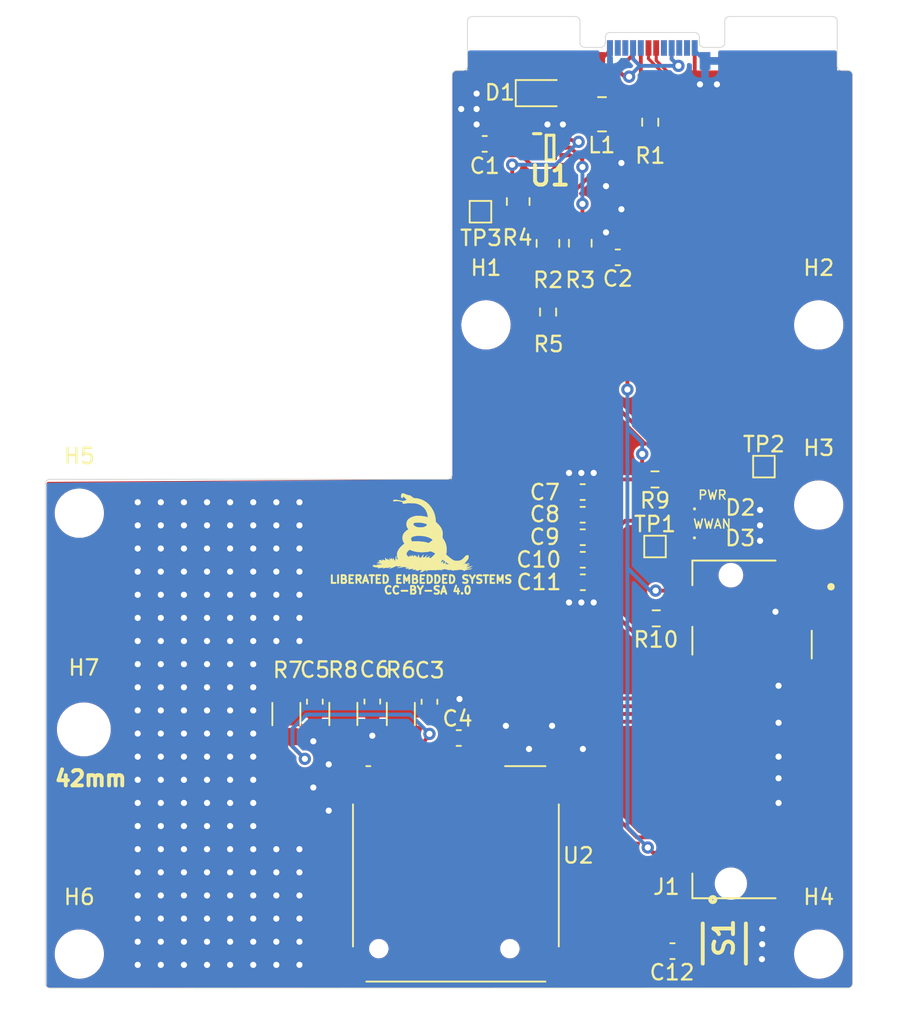
<source format=kicad_pcb>
(kicad_pcb (version 20221018) (generator pcbnew)

  (general
    (thickness 1.6)
  )

  (paper "A4")
  (title_block
    (title "Project Roamer")
    (rev "X1")
    (company "Liberated Embedded Systems")
    (comment 1 "This work is licensed under a Creative Commons Attribution 4.0 International License")
    (comment 2 "Original design from https://frame.work")
  )

  (layers
    (0 "F.Cu" signal)
    (31 "B.Cu" signal)
    (32 "B.Adhes" user "B.Adhesive")
    (33 "F.Adhes" user "F.Adhesive")
    (34 "B.Paste" user)
    (35 "F.Paste" user)
    (36 "B.SilkS" user "B.Silkscreen")
    (37 "F.SilkS" user "F.Silkscreen")
    (38 "B.Mask" user)
    (39 "F.Mask" user)
    (40 "Dwgs.User" user "User.Drawings")
    (41 "Cmts.User" user "User.Comments")
    (42 "Eco1.User" user "User.Eco1")
    (43 "Eco2.User" user "User.Eco2")
    (44 "Edge.Cuts" user)
    (45 "Margin" user)
    (46 "B.CrtYd" user "B.Courtyard")
    (47 "F.CrtYd" user "F.Courtyard")
    (48 "B.Fab" user)
    (49 "F.Fab" user)
  )

  (setup
    (stackup
      (layer "F.SilkS" (type "Top Silk Screen"))
      (layer "F.Paste" (type "Top Solder Paste"))
      (layer "F.Mask" (type "Top Solder Mask") (thickness 0.01))
      (layer "F.Cu" (type "copper") (thickness 0.035))
      (layer "dielectric 1" (type "core") (thickness 1.51) (material "FR4") (epsilon_r 4.5) (loss_tangent 0.02))
      (layer "B.Cu" (type "copper") (thickness 0.035))
      (layer "B.Mask" (type "Bottom Solder Mask") (thickness 0.01))
      (layer "B.Paste" (type "Bottom Solder Paste"))
      (layer "B.SilkS" (type "Bottom Silk Screen"))
      (copper_finish "None")
      (dielectric_constraints no)
    )
    (pad_to_mask_clearance 0)
    (aux_axis_origin 100.5 190)
    (grid_origin 100.5 190)
    (pcbplotparams
      (layerselection 0x00010fc_ffffffff)
      (plot_on_all_layers_selection 0x0000000_00000000)
      (disableapertmacros false)
      (usegerberextensions false)
      (usegerberattributes true)
      (usegerberadvancedattributes true)
      (creategerberjobfile true)
      (dashed_line_dash_ratio 12.000000)
      (dashed_line_gap_ratio 3.000000)
      (svgprecision 4)
      (plotframeref false)
      (viasonmask false)
      (mode 1)
      (useauxorigin false)
      (hpglpennumber 1)
      (hpglpenspeed 20)
      (hpglpendiameter 15.000000)
      (dxfpolygonmode true)
      (dxfimperialunits true)
      (dxfusepcbnewfont true)
      (psnegative false)
      (psa4output false)
      (plotreference true)
      (plotvalue true)
      (plotinvisibletext false)
      (sketchpadsonfab false)
      (subtractmaskfromsilk false)
      (outputformat 3)
      (mirror false)
      (drillshape 0)
      (scaleselection 1)
      (outputdirectory "")
    )
  )

  (net 0 "")
  (net 1 "GND")
  (net 2 "+3.3V")
  (net 3 "VBUS")
  (net 4 "/UIM-RESET")
  (net 5 "/UIM-CLK")
  (net 6 "/UIM-DATA")
  (net 7 "/UIM-PWR")
  (net 8 "/RESET")
  (net 9 "Net-(D1-A)")
  (net 10 "Net-(D2-A)")
  (net 11 "/WWAN_ACTIVITY")
  (net 12 "Net-(D3-A)")
  (net 13 "unconnected-(J1-CONFIG_3-Pad1)")
  (net 14 "Net-(J1-~{FULL_CARD_POWER_OFF})")
  (net 15 "/USB_D+")
  (net 16 "unconnected-(J1-~{W_DISABLE1}-Pad8)")
  (net 17 "/USB_D-")
  (net 18 "unconnected-(J1-GPIO_5-Pad20)")
  (net 19 "unconnected-(J1-CONFIG_0-Pad21)")
  (net 20 "unconnected-(J1-GPIO_6-Pad22)")
  (net 21 "Net-(J1-GPIO_11)")
  (net 22 "unconnected-(J1-GPIO_7-Pad24)")
  (net 23 "unconnected-(J1-DPR-Pad25)")
  (net 24 "unconnected-(J1-GPIO_10-Pad26)")
  (net 25 "unconnected-(J1-GPIO_8-Pad28)")
  (net 26 "unconnected-(J1-PERn1{slash}USB3.0-Rx-{slash}SSIC-RxN-Pad29)")
  (net 27 "unconnected-(J1-PERp1{slash}USB3.0-Rx+{slash}SSIC-RxP-Pad31)")
  (net 28 "unconnected-(J1-PETn1{slash}USB3.0-Tx-{slash}SSIC-TxN-Pad35)")
  (net 29 "unconnected-(J1-PETp1{slash}USB3.0-Tx+{slash}SSIC-TxP-Pad37)")
  (net 30 "unconnected-(J1-DEVSLP-Pad38)")
  (net 31 "unconnected-(J1-GPIO_0-Pad40)")
  (net 32 "unconnected-(J1-PERn0{slash}SATA-B+-Pad41)")
  (net 33 "unconnected-(J1-GPIO_1-Pad42)")
  (net 34 "unconnected-(J1-PERp0{slash}SATA-B--Pad43)")
  (net 35 "unconnected-(J1-GPIO_2-Pad44)")
  (net 36 "unconnected-(J1-GPIO_3-Pad46)")
  (net 37 "unconnected-(J1-PETn0{slash}SATA-A--Pad47)")
  (net 38 "unconnected-(J1-GPIO_4-Pad48)")
  (net 39 "unconnected-(J1-PETp0{slash}SATA-A+-Pad49)")
  (net 40 "unconnected-(J1-~{PERST}-Pad50)")
  (net 41 "unconnected-(J1-~{CLKREQ}-Pad52)")
  (net 42 "unconnected-(J1-REFCLKn-Pad53)")
  (net 43 "unconnected-(J1-~{PEWAKE}-Pad54)")
  (net 44 "unconnected-(J1-REFCLKp-Pad55)")
  (net 45 "unconnected-(J1-NC-Pad56)")
  (net 46 "unconnected-(J1-NC-Pad58)")
  (net 47 "unconnected-(J1-ANTCTL0-Pad59)")
  (net 48 "unconnected-(J1-COEX3-Pad60)")
  (net 49 "unconnected-(J1-ANTCTL1-Pad61)")
  (net 50 "unconnected-(J1-COEX2-Pad62)")
  (net 51 "unconnected-(J1-ANTCTL2-Pad63)")
  (net 52 "unconnected-(J1-COEX1-Pad64)")
  (net 53 "unconnected-(J1-ANTCTL3-Pad65)")
  (net 54 "/SIM_DETECT")
  (net 55 "unconnected-(J1-SUSCLK-Pad68)")
  (net 56 "unconnected-(J1-CONFIG_1-Pad69)")
  (net 57 "unconnected-(J1-CONFIG_2-Pad75)")
  (net 58 "Net-(U1-SW)")
  (net 59 "Net-(P1-CC)")
  (net 60 "unconnected-(P1-VCONN-PadB5)")
  (net 61 "Net-(U1-FB)")
  (net 62 "Net-(U1-PG)")
  (net 63 "Net-(U2-I{slash}O)")
  (net 64 "Net-(U2-RST)")
  (net 65 "Net-(U2-CLK)")
  (net 66 "unconnected-(S1-Pad2)")
  (net 67 "unconnected-(S1-Pad4)")
  (net 68 "unconnected-(U2-VPP-PadC6)")

  (footprint "Capacitor_SMD:C_0603_1608Metric" (layer "F.Cu") (at 141.215 187.61))

  (footprint "Diode_SMD:D_SOD-323" (layer "F.Cu") (at 132.65 131.97))

  (footprint "Connector_USB:USB_C_Plug_Molex_105444" (layer "F.Cu") (at 139.918 129))

  (footprint "TPS:SOTFL50P160X60-6N" (layer "F.Cu") (at 133.268 135.5))

  (footprint "MountingHole:MountingHole_2.7mm_M2.5" (layer "F.Cu") (at 129.108 147))

  (footprint "Resistor_SMD:R_0805_2012Metric" (layer "F.Cu") (at 135.23 141.7025 -90))

  (footprint "MountingHole:MountingHole_2.7mm_M2.5" (layer "F.Cu") (at 150.708 147))

  (footprint "Resistor_SMD:R_1206_3216Metric" (layer "F.Cu") (at 119.85 172.23 90))

  (footprint "Capacitor_SMD:C_0603_1608Metric" (layer "F.Cu") (at 121.73 171.425 90))

  (footprint "TestPoint:TestPoint_Pad_1.0x1.0mm" (layer "F.Cu") (at 140.08 161.37))

  (footprint "MountingHole:MountingHole_2.7mm_M2.5" (layer "F.Cu") (at 102.71 187.8))

  (footprint "NGFF:TE_2199119-3" (layer "F.Cu") (at 145.005 173.23 -90))

  (footprint "Capacitor_SMD:C_0603_1608Metric" (layer "F.Cu") (at 127.34 173.79 180))

  (footprint "Diode_SMD:D_0402_1005Metric" (layer "F.Cu") (at 143.73 160.81))

  (footprint "TestPoint:TestPoint_Pad_1.0x1.0mm" (layer "F.Cu") (at 147.15 156.19))

  (footprint "Capacitor_SMD:C_0603_1608Metric" (layer "F.Cu") (at 125.44 171.44 90))

  (footprint "NSCCP-D-06-G-SMT-SW-T:NSCCP-D-06-G-SMT-SW-T&slash_R" (layer "F.Cu") (at 127.1548 182.5986))

  (footprint "Resistor_SMD:R_1206_3216Metric" (layer "F.Cu") (at 123.58 172.2325 90))

  (footprint "Capacitor_SMD:C_0603_1608Metric" (layer "F.Cu") (at 135.39 162.23 180))

  (footprint "Capacitor_SMD:C_0603_1608Metric" (layer "F.Cu") (at 135.39 160.77 180))

  (footprint "Capacitor_SMD:C_0603_1608Metric" (layer "F.Cu") (at 129.025 135.26 180))

  (footprint "Resistor_SMD:R_0603_1608Metric" (layer "F.Cu") (at 140.08 157.02))

  (footprint "Resistor_SMD:R_1206_3216Metric" (layer "F.Cu") (at 116.15 172.2375 90))

  (footprint "Capacitor_SMD:C_0603_1608Metric" (layer "F.Cu") (at 135.385 157.84 180))

  (footprint "Resistor_SMD:R_0805_2012Metric" (layer "F.Cu") (at 131.2 138.9975 -90))

  (footprint "Capacitor_SMD:C_0603_1608Metric" (layer "F.Cu") (at 118 171.435 -90))

  (footprint "MountingHole:MountingHole_2.7mm_M2.5" (layer "F.Cu") (at 150.708 187.8))

  (footprint "Resistor_SMD:R_0603_1608Metric" (layer "F.Cu") (at 140.16 166.03))

  (footprint "TestPoint:TestPoint_Pad_1.0x1.0mm" (layer "F.Cu") (at 128.75 139.66))

  (footprint "Inductor_SMD:L_1008_2520Metric" (layer "F.Cu") (at 136.64 133.34))

  (footprint "Resistor_SMD:R_0603_1608Metric" (layer "F.Cu") (at 139.77 133.855 -90))

  (footprint "MountingHole:MountingHole_2.7mm_M2.5" (layer "F.Cu") (at 150.708 158.68))

  (footprint "Capacitor_SMD:C_0603_1608Metric" (layer "F.Cu") (at 135.395 163.69 180))

  (footprint "MountingHole:MountingHole_2.7mm_M2.5" (layer "F.Cu") (at 102.71 159.21))

  (footprint "Capacitor_SMD:C_0603_1608Metric" (layer "F.Cu") (at 137.665 142.62 180))

  (footprint "Resistor_SMD:R_0805_2012Metric" (layer "F.Cu") (at 133.13 141.71 -90))

  (footprint "Diode_SMD:D_0402_1005Metric" (layer "F.Cu") (at 143.7375 158.93))

  (footprint "Capacitor_SMD:C_0603_1608Metric" (layer "F.Cu") (at 135.385 159.31 180))

  (footprint "KMR:KMR2_1" (layer "F.Cu") (at 144.58 187.1175 -90))

  (footprint "MountingHole:MountingHole_3mm" (layer "F.Cu") (at 103.005 173.23))

  (footprint "Resistor_SMD:R_0603_1608Metric" (layer "F.Cu") (at 133.14 146.165 -90))

  (gr_poly
    (pts
      (xy 125.335582 160.654571)
      (xy 125.337056 160.654777)
      (xy 125.33867 160.655129)
      (xy 125.34042 160.655628)
      (xy 125.3423 160.656273)
      (xy 125.344306 160.657063)
      (xy 125.346433 160.657999)
      (xy 125.348675 160.659079)
      (xy 125.351028 160.660303)
      (xy 125.353486 160.661671)
      (xy 125.356044 160.663182)
      (xy 125.358698 160.664836)
      (xy 125.361443 160.666633)
      (xy 125.364273 160.668572)
      (xy 125.367183 160.670652)
      (xy 125.370169 160.672874)
      (xy 125.373841 160.675681)
      (xy 125.377042 160.678208)
      (xy 125.379775 160.680469)
      (xy 125.382043 160.682478)
      (xy 125.383003 160.683393)
      (xy 125.383849 160.684249)
      (xy 125.384579 160.68505)
      (xy 125.385196 160.685796)
      (xy 125.385699 160.68649)
      (xy 125.386088 160.687134)
      (xy 125.386364 160.687728)
      (xy 125.386528 160.688275)
      (xy 125.386579 160.688776)
      (xy 125.386519 160.689234)
      (xy 125.386347 160.68965)
      (xy 125.386064 160.690025)
      (xy 125.385671 160.690362)
      (xy 125.385167 160.690663)
      (xy 125.384554 160.690928)
      (xy 125.383831 160.69116)
      (xy 125.382999 160.691361)
      (xy 125.382059 160.691531)
      (xy 125.38101 160.691674)
      (xy 125.379854 160.691791)
      (xy 125.377219 160.691953)
      (xy 125.374158 160.69203)
      (xy 125.37196 160.691979)
      (xy 125.369661 160.691733)
      (xy 125.367279 160.691302)
      (xy 125.364834 160.690696)
      (xy 125.362345 160.689924)
      (xy 125.35983 160.688996)
      (xy 125.357309 160.687922)
      (xy 125.354799 160.686712)
      (xy 125.352322 160.685376)
      (xy 125.349895 160.683922)
      (xy 125.347537 160.682362)
      (xy 125.345267 160.680705)
      (xy 125.343105 160.67896)
      (xy 125.341069 160.677137)
      (xy 125.339178 160.675246)
      (xy 125.337452 160.673298)
      (xy 125.336527 160.672164)
      (xy 125.335663 160.671064)
      (xy 125.334859 160.67)
      (xy 125.334114 160.668969)
      (xy 125.333427 160.667974)
      (xy 125.332798 160.667013)
      (xy 125.332226 160.666087)
      (xy 125.331711 160.665196)
      (xy 125.33125 160.664341)
      (xy 125.330845 160.66352)
      (xy 125.330493 160.662735)
      (xy 125.330195 160.661984)
      (xy 125.329949 160.66127)
      (xy 125.329755 160.660591)
      (xy 125.329611 160.659947)
      (xy 125.329518 160.659339)
      (xy 125.329475 160.658767)
      (xy 125.32948 160.658231)
      (xy 125.329533 160.657731)
      (xy 125.329634 160.657266)
      (xy 125.329781 160.656838)
      (xy 125.329871 160.656638)
      (xy 125.329974 160.656446)
      (xy 125.330087 160.656264)
      (xy 125.330211 160.656091)
      (xy 125.330347 160.655926)
      (xy 125.330493 160.655771)
      (xy 125.330819 160.655489)
      (xy 125.331187 160.655242)
      (xy 125.331598 160.655033)
      (xy 125.332049 160.65486)
      (xy 125.332542 160.654724)
      (xy 125.333074 160.654625)
      (xy 125.333645 160.654563)
      (xy 125.334254 160.654539)
      (xy 125.334254 160.654512)
    )

    (stroke (width 0.01277) (type solid)) (fill solid) (layer "F.SilkS") (tstamp 00282951-98f4-4854-8e1e-20fd5ca33433))
  (gr_poly
    (pts
      (xy 125.562531 159.59445)
      (xy 125.562913 159.594469)
      (xy 125.56329 159.594501)
      (xy 125.563662 159.594545)
      (xy 125.564029 159.594601)
      (xy 125.564391 159.594669)
      (xy 125.564747 159.594749)
      (xy 125.565099 159.59484)
      (xy 125.565445 159.594943)
      (xy 125.565786 159.595057)
      (xy 125.566121 159.595182)
      (xy 125.566451 159.595318)
      (xy 125.566774 159.595464)
      (xy 125.567093 159.595621)
      (xy 125.567405 159.595789)
      (xy 125.567711 159.595966)
      (xy 125.568011 159.596153)
      (xy 125.568305 159.59635)
      (xy 125.568593 159.596557)
      (xy 125.568874 159.596773)
      (xy 125.569418 159.597233)
      (xy 125.569935 159.597728)
      (xy 125.570424 159.598256)
      (xy 125.570886 159.598817)
      (xy 125.571319 159.599409)
      (xy 125.571723 159.600031)
      (xy 125.5721 159.600678)
      (xy 125.572455 159.60135)
      (xy 125.572787 159.602044)
      (xy 125.573096 159.60276)
      (xy 125.573381 159.603498)
      (xy 125.573644 159.604257)
      (xy 125.573882 159.605035)
      (xy 125.574096 159.605832)
      (xy 125.574286 159.606648)
      (xy 125.574452 159.60748)
      (xy 125.574592 159.60833)
      (xy 125.574708 159.609196)
      (xy 125.574798 159.610076)
      (xy 125.574863 159.610971)
      (xy 125.574902 159.61188)
      (xy 125.574915 159.612801)
      (xy 125.574902 159.613735)
      (xy 125.574863 159.614681)
      (xy 125.574798 159.615637)
      (xy 125.574708 159.616601)
      (xy 125.574592 159.617569)
      (xy 125.574452 159.618542)
      (xy 125.574286 159.619515)
      (xy 125.574096 159.620487)
      (xy 125.573882 159.621456)
      (xy 125.573644 159.622419)
      (xy 125.573381 159.623375)
      (xy 125.573096 159.624322)
      (xy 125.572787 159.625256)
      (xy 125.572455 159.626176)
      (xy 125.5721 159.62708)
      (xy 125.571723 159.627966)
      (xy 125.571319 159.628833)
      (xy 125.570886 159.629682)
      (xy 125.570424 159.630512)
      (xy 125.569935 159.631322)
      (xy 125.569418 159.632111)
      (xy 125.568874 159.632878)
      (xy 125.568305 159.633623)
      (xy 125.567711 159.634343)
      (xy 125.567093 159.635039)
      (xy 125.566451 159.63571)
      (xy 125.565786 159.636353)
      (xy 125.565099 159.63697)
      (xy 125.564391 159.637557)
      (xy 125.563662 159.638116)
      (xy 125.562913 159.638643)
      (xy 125.562145 159.63914)
      (xy 125.561817 159.639334)
      (xy 125.561493 159.639508)
      (xy 125.561172 159.639664)
      (xy 125.560854 159.6398)
      (xy 125.56054 159.639918)
      (xy 125.560229 159.640018)
      (xy 125.559921 159.640099)
      (xy 125.559617 159.640163)
      (xy 125.559316 159.640208)
      (xy 125.559019 159.640236)
      (xy 125.558725 159.640246)
      (xy 125.558434 159.640239)
      (xy 125.558147 159.640214)
      (xy 125.557863 159.640173)
      (xy 125.557583 159.640115)
      (xy 125.557306 159.64004)
      (xy 125.557033 159.639949)
      (xy 125.556763 159.639842)
      (xy 125.556497 159.639719)
      (xy 125.556234 159.63958)
      (xy 125.555975 159.639425)
      (xy 125.55572 159.639255)
      (xy 125.555468 159.63907)
      (xy 125.55522 159.638869)
      (xy 125.554975 159.638654)
      (xy 125.554734 159.638424)
      (xy 125.554497 159.638179)
      (xy 125.554263 159.63792)
      (xy 125.554033 159.637647)
      (xy 125.553807 159.63736)
      (xy 125.553584 159.637059)
      (xy 125.553365 159.636745)
      (xy 125.552939 159.636077)
      (xy 125.552529 159.635356)
      (xy 125.552138 159.634583)
      (xy 125.551765 159.633761)
      (xy 125.551414 159.632889)
      (xy 125.551086 159.63197)
      (xy 125.550781 159.631004)
      (xy 125.550502 159.629992)
      (xy 125.55025 159.628935)
      (xy 125.550027 159.627835)
      (xy 125.549834 159.626693)
      (xy 125.549673 159.625509)
      (xy 125.549545 159.624285)
      (xy 125.549451 159.623022)
      (xy 125.549394 159.621721)
      (xy 125.549375 159.620383)
      (xy 125.549394 159.619037)
      (xy 125.549451 159.61771)
      (xy 125.549545 159.616405)
      (xy 125.549673 159.615122)
      (xy 125.549834 159.613864)
      (xy 125.550027 159.612631)
      (xy 125.55025 159.611425)
      (xy 125.550502 159.610247)
      (xy 125.550781 159.6091)
      (xy 125.551086 159.607983)
      (xy 125.551414 159.6069)
      (xy 125.551765 159.605851)
      (xy 125.552138 159.604838)
      (xy 125.552529 159.603861)
      (xy 125.552939 159.602924)
      (xy 125.553365 159.602026)
      (xy 125.553807 159.60117)
      (xy 125.554263 159.600357)
      (xy 125.554734 159.599589)
      (xy 125.55522 159.598868)
      (xy 125.55572 159.598195)
      (xy 125.556234 159.597572)
      (xy 125.556763 159.597)
      (xy 125.557306 159.596481)
      (xy 125.557863 159.596017)
      (xy 125.558147 159.595806)
      (xy 125.558434 159.59561)
      (xy 125.558725 159.595427)
      (xy 125.559019 159.59526)
      (xy 125.559316 159.595108)
      (xy 125.559617 159.594971)
      (xy 125.559921 159.594849)
      (xy 125.560229 159.594743)
      (xy 125.56054 159.594652)
      (xy 125.560854 159.594578)
      (xy 125.561172 159.594519)
      (xy 125.561493 159.594477)
      (xy 125.561817 159.594452)
      (xy 125.562145 159.594444)
    )

    (stroke (width 0) (type solid)) (fill solid) (layer "F.SilkS") (tstamp 0071a64c-fbfc-4274-8967-ec68a00d3c44))
  (gr_poly
    (pts
      (xy 124.933094 162.115864)
      (xy 124.934828 162.115895)
      (xy 124.9366 162.115947)
      (xy 124.938413 162.116019)
      (xy 124.986294 162.117872)
      (xy 124.952365 162.178531)
      (xy 124.943267 162.194528)
      (xy 124.939296 162.201168)
      (xy 124.935684 162.20693)
      (xy 124.932408 162.211833)
      (xy 124.929446 162.215898)
      (xy 124.926779 162.219144)
      (xy 124.924383 162.221593)
      (xy 124.923281 162.222523)
      (xy 124.922239 162.223262)
      (xy 124.921254 162.223812)
      (xy 124.920324 162.224174)
      (xy 124.919446 162.224351)
      (xy 124.918617 162.224347)
      (xy 124.917835 162.224163)
      (xy 124.917098 162.223802)
      (xy 124.916401 162.223267)
      (xy 124.915743 162.222559)
      (xy 124.915122 162.221682)
      (xy 124.914534 162.220638)
      (xy 124.913447 162.218059)
      (xy 124.912461 162.214842)
      (xy 124.911368 162.210894)
      (xy 124.910306 162.20749)
      (xy 124.909771 162.205994)
      (xy 124.909226 162.204637)
      (xy 124.908664 162.20342)
      (xy 124.908079 162.202343)
      (xy 124.907465 162.201409)
      (xy 124.906815 162.200616)
      (xy 124.906124 162.199968)
      (xy 124.905385 162.199464)
      (xy 124.904591 162.199106)
      (xy 124.903737 162.198894)
      (xy 124.902817 162.198829)
      (xy 124.901823 162.198914)
      (xy 124.900751 162.199147)
      (xy 124.899593 162.199531)
      (xy 124.898344 162.200067)
      (xy 124.896998 162.200754)
      (xy 124.895547 162.201596)
      (xy 124.893987 162.202591)
      (xy 124.89231 162.203742)
      (xy 124.89051 162.205049)
      (xy 124.886519 162.208135)
      (xy 124.881963 162.211858)
      (xy 124.876793 162.216225)
      (xy 124.870959 162.221245)
      (xy 124.868469 162.223254)
      (xy 124.865742 162.225196)
      (xy 124.862806 162.22707)
      (xy 124.859691 162.228877)
      (xy 124.856424 162.230617)
      (xy 124.853035 162.232293)
      (xy 124.849552 162.233903)
      (xy 124.846003 162.235449)
      (xy 124.838823 162.238352)
      (xy 124.831724 162.241005)
      (xy 124.818685 162.245587)
      (xy 124.793945 162.215657)
      (xy 124.790402 162.211304)
      (xy 124.786963 162.206791)
      (xy 124.783645 162.202154)
      (xy 124.780466 162.197428)
      (xy 124.777444 162.192648)
      (xy 124.774596 162.18785)
      (xy 124.771941 162.183068)
      (xy 124.769495 162.178339)
      (xy 124.767278 162.173697)
      (xy 124.765306 162.169178)
      (xy 124.763597 162.164817)
      (xy 124.76217 162.160649)
      (xy 124.761041 162.15671)
      (xy 124.76023 162.153035)
      (xy 124.759753 162.14966)
      (xy 124.759628 162.146619)
      (xy 124.759765 162.14253)
      (xy 124.759987 162.139051)
      (xy 124.760314 162.136193)
      (xy 124.760522 162.135)
      (xy 124.760763 162.133967)
      (xy 124.761039 162.133095)
      (xy 124.761352 162.132385)
      (xy 124.761706 162.131838)
      (xy 124.762101 162.131456)
      (xy 124.762541 162.131241)
      (xy 124.763028 162.131194)
      (xy 124.763563 162.131315)
      (xy 124.76415 162.131607)
      (xy 124.76479 162.132071)
      (xy 124.765486 162.132708)
      (xy 124.766241 162.13352)
      (xy 124.767055 162.134507)
      (xy 124.767933 162.135672)
      (xy 124.768875 162.137016)
      (xy 124.770965 162.140246)
      (xy 124.773342 162.144207)
      (xy 124.776025 162.14891)
      (xy 124.779032 162.154368)
      (xy 124.782382 162.16059)
      (xy 124.804732 162.202492)
      (xy 124.847833 162.158195)
      (xy 124.853422 162.15252)
      (xy 124.85872 162.147338)
      (xy 124.863768 162.142631)
      (xy 124.868606 162.138378)
      (xy 124.873273 162.134561)
      (xy 124.87781 162.131161)
      (xy 124.882258 162.12816)
      (xy 124.886655 162.125536)
      (xy 124.891043 162.123273)
      (xy 124.895461 162.12135)
      (xy 124.899949 162.119748)
      (xy 124.904548 162.118449)
      (xy 124.909297 162.117433)
      (xy 124.914236 162.116681)
      (xy 124.919407 162.116174)
      (xy 124.924847 162.115894)
      (xy 124.924847 162.116019)
      (xy 124.926454 162.115947)
      (xy 124.928078 162.115895)
      (xy 124.929723 162.115864)
      (xy 124.931394 162.115854)
    )

    (stroke (width 0.01277) (type solid)) (fill solid) (layer "F.SilkS") (tstamp 007da063-6df0-49a7-8215-9d77ac372752))
  (gr_poly
    (pts
      (xy 124.381676 159.568472)
      (xy 124.382645 159.568547)
      (xy 124.3836 159.568669)
      (xy 124.384541 159.568838)
      (xy 124.385465 159.569052)
      (xy 124.386372 159.569311)
      (xy 124.387261 159.569612)
      (xy 124.388129 159.569956)
      (xy 124.388977 159.57034)
      (xy 124.389802 159.570764)
      (xy 124.390604 159.571226)
      (xy 124.391382 159.571725)
      (xy 124.392133 159.57226)
      (xy 124.392857 159.572829)
      (xy 124.393553 159.573432)
      (xy 124.394219 159.574067)
      (xy 124.394855 159.574733)
      (xy 124.395458 159.575428)
      (xy 124.396028 159.576152)
      (xy 124.396564 159.576903)
      (xy 124.397063 159.577681)
      (xy 124.397526 159.578483)
      (xy 124.39795 159.579309)
      (xy 124.398335 159.580157)
      (xy 124.39868 159.581026)
      (xy 124.398982 159.581916)
      (xy 124.399241 159.582824)
      (xy 124.399456 159.58375)
      (xy 124.399626 159.584692)
      (xy 124.399748 159.585649)
      (xy 124.399822 159.58662)
      (xy 124.399847 159.587604)
      (xy 124.399822 159.588588)
      (xy 124.399748 159.589559)
      (xy 124.399626 159.590516)
      (xy 124.399456 159.591458)
      (xy 124.399241 159.592384)
      (xy 124.398982 159.593292)
      (xy 124.39868 159.594182)
      (xy 124.398335 159.595051)
      (xy 124.39795 159.595899)
      (xy 124.397526 159.596725)
      (xy 124.397063 159.597527)
      (xy 124.396564 159.598305)
      (xy 124.396028 159.599056)
      (xy 124.395458 159.59978)
      (xy 124.394855 159.600476)
      (xy 124.394219 159.601141)
      (xy 124.393553 159.601776)
      (xy 124.392857 159.602379)
      (xy 124.392133 159.602948)
      (xy 124.391382 159.603483)
      (xy 124.390604 159.603982)
      (xy 124.389802 159.604444)
      (xy 124.388977 159.604868)
      (xy 124.388129 159.605252)
      (xy 124.387261 159.605596)
      (xy 124.386372 159.605898)
      (xy 124.385465 159.606156)
      (xy 124.384541 159.606371)
      (xy 124.3836 159.606539)
      (xy 124.382645 159.606662)
      (xy 124.381676 159.606736)
      (xy 124.380695 159.606761)
      (xy 124.379711 159.606736)
      (xy 124.378739 159.606661)
      (xy 124.377782 159.606539)
      (xy 124.376839 159.606369)
      (xy 124.375914 159.606155)
      (xy 124.375005 159.605895)
      (xy 124.374116 159.605593)
      (xy 124.373247 159.605248)
      (xy 124.372398 159.604863)
      (xy 124.371573 159.604439)
      (xy 124.370771 159.603976)
      (xy 124.369993 159.603476)
      (xy 124.369242 159.602941)
      (xy 124.368519 159.60237)
      (xy 124.367823 159.601767)
      (xy 124.367158 159.601132)
      (xy 124.366523 159.600465)
      (xy 124.365921 159.599769)
      (xy 124.365352 159.599045)
      (xy 124.364817 159.598293)
      (xy 124.364319 159.597516)
      (xy 124.363857 159.596714)
      (xy 124.363434 159.595888)
      (xy 124.363049 159.59504)
      (xy 124.362706 159.594171)
      (xy 124.362405 159.593283)
      (xy 124.362146 159.592375)
      (xy 124.361932 159.591451)
      (xy 124.361763 159.59051)
      (xy 124.361641 159.589555)
      (xy 124.361567 159.588586)
      (xy 124.361542 159.587604)
      (xy 124.361567 159.58662)
      (xy 124.361641 159.585649)
      (xy 124.361764 159.584692)
      (xy 124.361933 159.58375)
      (xy 124.362148 159.582824)
      (xy 124.362407 159.581916)
      (xy 124.36271 159.581026)
      (xy 124.363054 159.580157)
      (xy 124.363439 159.579309)
      (xy 124.363864 159.578483)
      (xy 124.364326 159.577681)
      (xy 124.364826 159.576903)
      (xy 124.365361 159.576152)
      (xy 124.365931 159.575428)
      (xy 124.366535 159.574733)
      (xy 124.36717 159.574067)
      (xy 124.367836 159.573432)
      (xy 124.368532 159.572829)
      (xy 124.369256 159.57226)
      (xy 124.370008 159.571725)
      (xy 124.370785 159.571226)
      (xy 124.371587 159.570764)
      (xy 124.372412 159.57034)
      (xy 124.37326 159.569956)
      (xy 124.374129 159.569612)
      (xy 124.375017 159.569311)
      (xy 124.375924 159.569052)
      (xy 124.376849 159.568838)
      (xy 124.377789 159.568669)
      (xy 124.378744 159.568547)
      (xy 124.379713 159.568472)
      (xy 124.380695 159.568447)
    )

    (stroke (width 0.01277) (type solid)) (fill solid) (layer "F.SilkS") (tstamp 00bdc72a-0e36-41da-8f05-801c951fb7ca))
  (gr_poly
    (pts
      (xy 124.63429 162.595362)
      (xy 124.634669 162.595375)
      (xy 124.635449 162.595422)
      (xy 124.635863 162.595442)
      (xy 124.636303 162.59545)
      (xy 124.6368 162.595459)
      (xy 124.637294 162.595485)
      (xy 124.637785 162.595528)
      (xy 124.638272 162.595587)
      (xy 124.638755 162.595663)
      (xy 124.639234 162.595755)
      (xy 124.640181 162.595987)
      (xy 124.641111 162.59628)
      (xy 124.642022 162.596634)
      (xy 124.642914 162.597045)
      (xy 124.643785 162.597512)
      (xy 124.644635 162.598034)
      (xy 124.645461 162.598607)
      (xy 124.646263 162.599231)
      (xy 124.64704 162.599903)
      (xy 124.647791 162.600621)
      (xy 124.648513 162.601383)
      (xy 124.649207 162.602188)
      (xy 124.649871 162.603033)
      (xy 124.650504 162.603917)
      (xy 124.651104 162.604837)
      (xy 124.651671 162.605794)
      (xy 124.652203 162.606786)
      (xy 124.652699 162.607812)
      (xy 124.653159 162.60887)
      (xy 124.65358 162.60996)
      (xy 124.653962 162.61108)
      (xy 124.654303 162.61223)
      (xy 124.654602 162.613407)
      (xy 124.654859 162.614611)
      (xy 124.655071 162.61584)
      (xy 124.655239 162.617094)
      (xy 124.65536 162.618371)
      (xy 124.655433 162.619671)
      (xy 124.655458 162.620991)
      (xy 124.655434 162.62332)
      (xy 124.655358 162.625539)
      (xy 124.655223 162.627648)
      (xy 124.655132 162.628661)
      (xy 124.655024 162.629647)
      (xy 124.654899 162.630606)
      (xy 124.654755 162.631537)
      (xy 124.654592 162.632441)
      (xy 124.654409 162.633318)
      (xy 124.654205 162.634167)
      (xy 124.65398 162.63499)
      (xy 124.653733 162.635786)
      (xy 124.653463 162.636554)
      (xy 124.653173 162.637296)
      (xy 124.652867 162.638009)
      (xy 124.652545 162.638694)
      (xy 124.652208 162.63935)
      (xy 124.651855 162.639978)
      (xy 124.651488 162.640577)
      (xy 124.651107 162.641147)
      (xy 124.650711 162.641687)
      (xy 124.650302 162.642198)
      (xy 124.649879 162.642679)
      (xy 124.649443 162.643131)
      (xy 124.648994 162.643553)
      (xy 124.648533 162.643944)
      (xy 124.64806 162.644305)
      (xy 124.647574 162.644636)
      (xy 124.647078 162.644936)
      (xy 124.646567 162.645203)
      (xy 124.646041 162.645436)
      (xy 124.645501 162.645636)
      (xy 124.644947 162.645802)
      (xy 124.644379 162.645936)
      (xy 124.6438 162.646037)
      (xy 124.643209 162.646106)
      (xy 124.642607 162.646143)
      (xy 124.641995 162.646149)
      (xy 124.641374 162.646123)
      (xy 124.640745 162.646067)
      (xy 124.640108 162.64598)
      (xy 124.639464 162.645863)
      (xy 124.638815 162.645716)
      (xy 124.63816 162.645539)
      (xy 124.6375 162.645333)
      (xy 124.636833 162.645099)
      (xy 124.636156 162.644836)
      (xy 124.635469 162.644544)
      (xy 124.634773 162.644222)
      (xy 124.634068 162.643869)
      (xy 124.633355 162.643485)
      (xy 124.632635 162.643069)
      (xy 124.631908 162.642619)
      (xy 124.631176 162.642136)
      (xy 124.630437 162.641619)
      (xy 124.629694 162.641067)
      (xy 124.628947 162.640478)
      (xy 124.628196 162.639853)
      (xy 124.627442 162.639191)
      (xy 124.626685 162.638491)
      (xy 124.625927 162.637752)
      (xy 124.62526 162.63706)
      (xy 124.624625 162.636354)
      (xy 124.624023 162.635634)
      (xy 124.623451 162.634901)
      (xy 124.62291 162.634155)
      (xy 124.622399 162.633399)
      (xy 124.621916 162.632631)
      (xy 124.621461 162.631854)
      (xy 124.621034 162.631067)
      (xy 124.620633 162.630273)
      (xy 124.620258 162.629471)
      (xy 124.619908 162.628662)
      (xy 124.619583 162.627848)
      (xy 124.61928 162.627029)
      (xy 124.619001 162.626207)
      (xy 124.618744 162.62538)
      (xy 124.61851 162.624551)
      (xy 124.6183 162.623719)
      (xy 124.618116 162.622885)
      (xy 124.617957 162.622049)
      (xy 124.617822 162.621213)
      (xy 124.617712 162.620378)
      (xy 124.617626 162.619543)
      (xy 124.617565 162.61871)
      (xy 124.617528 162.61788)
      (xy 124.617515 162.617054)
      (xy 124.617527 162.616231)
      (xy 124.617563 162.615414)
      (xy 124.617622 162.614602)
      (xy 124.617706 162.613798)
      (xy 124.617814 162.613)
      (xy 124.617946 162.612211)
      (xy 124.618101 162.611432)
      (xy 124.618282 162.610667)
      (xy 124.618486 162.609916)
      (xy 124.618714 162.609178)
      (xy 124.618965 162.608454)
      (xy 124.619239 162.607744)
      (xy 124.619535 162.607048)
      (xy 124.619853 162.606366)
      (xy 124.620193 162.605698)
      (xy 124.620553 162.605045)
      (xy 124.620934 162.604407)
      (xy 124.621335 162.603783)
      (xy 124.621756 162.603173)
      (xy 124.622197 162.602579)
      (xy 124.622656 162.602)
      (xy 124.623133 162.601436)
      (xy 124.623627 162.600888)
      (xy 124.624136 162.600357)
      (xy 124.62466 162.599846)
      (xy 124.6252 162.599355)
      (xy 124.625756 162.598885)
      (xy 124.62633 162.598437)
      (xy 124.62692 162.598013)
      (xy 124.627529 162.597614)
      (xy 124.628156 162.59724)
      (xy 124.628803 162.596894)
      (xy 124.629468 162.596575)
      (xy 124.630154 162.596287)
      (xy 124.630861 162.596029)
      (xy 124.631589 162.595802)
      (xy 124.632338 162.595609)
      (xy 124.63311 162.595449)
      (xy 124.63311 162.59545)
      (xy 124.633316 162.595417)
      (xy 124.633517 162.595392)
      (xy 124.633714 162.595375)
      (xy 124.633908 162.595365)
      (xy 124.6341 162.595361)
    )

    (stroke (wid
... [7839902 chars truncated]
</source>
